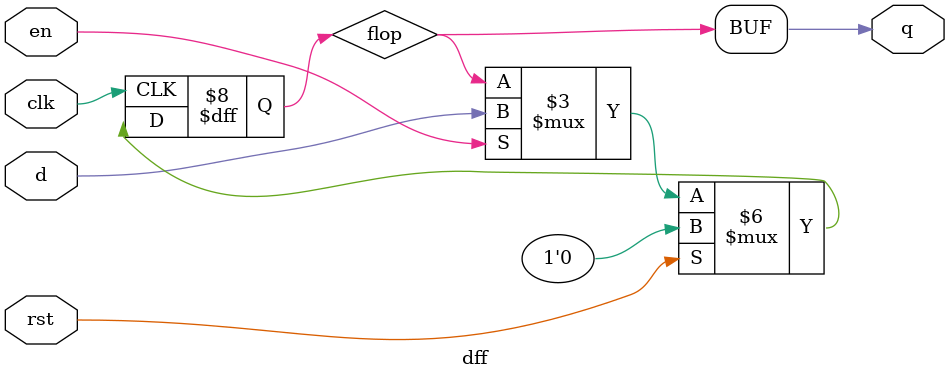
<source format=v>
/*
    This module implements a D-flip flop. 
*/
module dff
#
(
    // Size (in bits)
    parameter SIZE =  1,
    // Reset strategy (ASYN=1 means asynchronous reset)
    parameter ASYN = 0,
    // Reset value
    parameter RST_V = 1'b0
)
(
    input clk,
    input rst,
    input [SIZE-1:0] d,
    input en,
    output [SIZE-1:0] q
);

reg [SIZE-1:0] flop;
wire [SIZE-1:0] next_flop;

assign q = flop; 

generate
if(ASYN) begin
    // Reg assignation
    always@(posedge rst, posedge clk)
    if(rst) begin
        flop <= RST_V;
    end else begin
        if(en) begin
            flop <= d;
        end else begin
				flop <= flop;
		  end
    end

end else begin
    // Reg assignation
    always@(posedge clk)
    if(rst) begin
        flop <= RST_V;
    end else begin
        if(en) begin
            flop <= d;
        end else begin
				flop <= flop;
		  end
    end

end
endgenerate

endmodule

</source>
